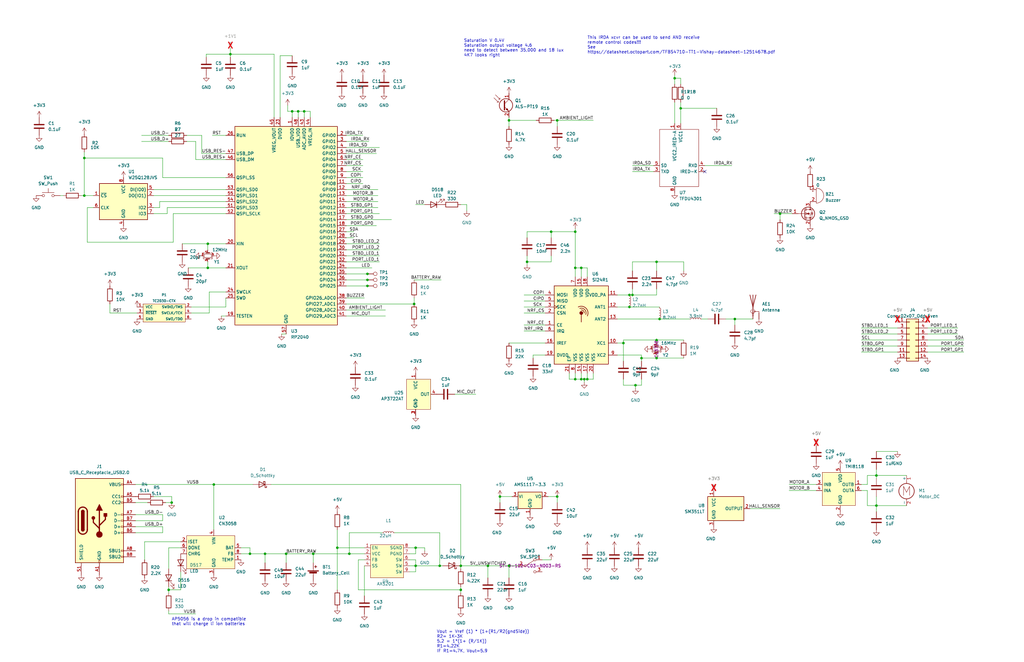
<source format=kicad_sch>
(kicad_sch (version 20221004) (generator eeschema)
  (paper "USLedger")
  (junction (at 265.43 129.54))
  (junction (at 276.86 151.13))
  (junction (at 125.73 46.99))
  (junction (at 214.63 238.76))
  (junction (at 87.63 113.03))
  (junction (at 328.93 90.17))
  (junction (at 147.32 233.68))
  (junction (at 242.57 160.02))
  (junction (at 214.63 50.8))
  (junction (at 154.94 118.11))
  (junction (at 154.94 115.57))
  (junction (at 245.11 113.03))
  (junction (at 262.89 144.78))
  (junction (at 369.57 200.66))
  (junction (at 287.02 45.72))
  (junction (at 194.31 248.92))
  (junction (at 222.25 110.49))
  (junction (at 128.27 46.99))
  (junction (at 205.74 238.76))
  (junction (at 87.63 102.87))
  (junction (at 90.17 204.47))
  (junction (at 267.97 162.56))
  (junction (at 132.08 233.68))
  (junction (at 278.13 134.62))
  (junction (at 247.65 160.02))
  (junction (at 270.51 151.13))
  (junction (at 123.19 46.99))
  (junction (at 175.26 238.76))
  (junction (at 185.42 238.76))
  (junction (at 174.625 128.27))
  (junction (at 276.86 110.49))
  (junction (at 111.76 233.68))
  (junction (at 35.56 66.675))
  (junction (at 142.24 231.14))
  (junction (at 234.95 209.55))
  (junction (at 35.56 82.55))
  (junction (at 194.31 238.76))
  (junction (at 210.82 209.55))
  (junction (at 105.41 233.68))
  (junction (at 154.94 120.65))
  (junction (at 246.38 160.02))
  (junction (at 284.48 33.02))
  (junction (at 175.26 231.14))
  (junction (at 276.86 143.51))
  (junction (at 265.43 124.46))
  (junction (at 71.12 248.92))
  (junction (at 97.155 22.86))
  (junction (at 120.65 233.68))
  (junction (at 72.39 212.09))
  (junction (at 309.88 134.62))
  (junction (at 266.7 124.46))
  (junction (at 369.57 213.36))
  (junction (at 245.11 160.02))
  (junction (at 232.41 97.79))
  (junction (at 242.57 113.03))
  (junction (at 234.95 50.8))
  (junction (at 242.57 97.79))
  (no_connect (at 297.18 72.39))
  (wire (pts (xy 159.385 82.55) (xy 146.05 82.55)))
  (wire (pts (xy 115.57 22.86) (xy 97.155 22.86)))
  (wire (pts (xy 266.7 69.85) (xy 275.59 69.85)))
  (wire (pts (xy 262.89 160.02) (xy 262.89 162.56)))
  (wire (pts (xy 153.035 72.39) (xy 146.05 72.39)))
  (wire (pts (xy 155.575 120.65) (xy 154.94 120.65)))
  (wire (pts (xy 222.25 107.95) (xy 222.25 110.49)))
  (wire (pts (xy 270.51 162.56) (xy 270.51 160.02)))
  (wire (pts (xy 205.74 238.76) (xy 214.63 238.76)))
  (wire (pts (xy 95.25 90.17) (xy 73.025 90.17)))
  (wire (pts (xy 95.25 129.54) (xy 95.25 125.73)))
  (wire (pts (xy 146.05 97.79) (xy 149.225 97.79)))
  (wire (pts (xy 68.58 222.25) (xy 68.58 224.79)))
  (wire (pts (xy 260.35 134.62) (xy 278.13 134.62)))
  (wire (pts (xy 36.83 102.235) (xy 36.83 87.63)))
  (wire (pts (xy 247.65 160.02) (xy 250.19 160.02)))
  (wire (pts (xy 295.91 134.62) (xy 298.45 134.62)))
  (wire (pts (xy 146.05 105.41) (xy 160.02 105.41)))
  (wire (pts (xy 36.83 87.63) (xy 39.37 87.63)))
  (wire (pts (xy 214.63 50.8) (xy 214.63 53.34)))
  (wire (pts (xy 95.25 133.35) (xy 93.345 133.35)))
  (wire (pts (xy 369.57 209.55) (xy 369.57 213.36)))
  (wire (pts (xy 326.39 90.17) (xy 328.93 90.17)))
  (wire (pts (xy 132.08 233.68) (xy 147.32 233.68)))
  (wire (pts (xy 363.22 140.97) (xy 378.46 140.97)))
  (wire (pts (xy 174.625 118.11) (xy 186.055 118.11)))
  (wire (pts (xy 146.05 74.93) (xy 153.035 74.93)))
  (wire (pts (xy 128.27 49.53) (xy 128.27 46.99)))
  (wire (pts (xy 97.155 20.32) (xy 97.155 22.86)))
  (wire (pts (xy 287.02 33.02) (xy 284.48 33.02)))
  (wire (pts (xy 276.86 143.51) (xy 288.29 143.51)))
  (wire (pts (xy 175.26 236.22) (xy 175.26 238.76)))
  (wire (pts (xy 278.13 134.62) (xy 290.83 134.62)))
  (wire (pts (xy 260.35 144.78) (xy 262.89 144.78)))
  (wire (pts (xy 142.24 231.14) (xy 142.24 248.92)))
  (wire (pts (xy 262.89 144.78) (xy 262.89 143.51)))
  (wire (pts (xy 111.76 237.49) (xy 111.76 233.68)))
  (wire (pts (xy 146.05 64.77) (xy 158.75 64.77)))
  (wire (pts (xy 121.285 44.45) (xy 121.285 46.99)))
  (wire (pts (xy 191.77 166.37) (xy 200.66 166.37)))
  (wire (pts (xy 245.11 160.02) (xy 246.38 160.02)))
  (wire (pts (xy 406.4 148.59) (xy 391.16 148.59)))
  (wire (pts (xy 265.43 129.54) (xy 278.13 129.54)))
  (wire (pts (xy 88.265 123.19) (xy 88.265 132.08)))
  (wire (pts (xy 232.41 97.79) (xy 242.57 97.79)))
  (wire (pts (xy 64.77 209.55) (xy 72.39 209.55)))
  (wire (pts (xy 179.07 231.14) (xy 179.07 232.41)))
  (wire (pts (xy 159.385 85.09) (xy 146.05 85.09)))
  (wire (pts (xy 260.35 124.46) (xy 265.43 124.46)))
  (wire (pts (xy 147.32 233.68) (xy 153.67 233.68)))
  (wire (pts (xy 64.77 82.55) (xy 95.25 82.55)))
  (wire (pts (xy 246.38 160.02) (xy 246.38 161.29)))
  (wire (pts (xy 210.82 209.55) (xy 215.9 209.55)))
  (wire (pts (xy 115.57 49.53) (xy 115.57 22.86)))
  (wire (pts (xy 59.69 59.69) (xy 71.12 59.69)))
  (wire (pts (xy 90.17 204.47) (xy 90.17 223.52)))
  (wire (pts (xy 57.15 212.09) (xy 62.23 212.09)))
  (wire (pts (xy 234.95 209.55) (xy 234.95 212.09)))
  (wire (pts (xy 403.86 138.43) (xy 391.16 138.43)))
  (wire (pts (xy 153.67 238.76) (xy 153.67 251.46)))
  (wire (pts (xy 186.69 238.76) (xy 185.42 238.76)))
  (wire (pts (xy 172.72 236.22) (xy 175.26 236.22)))
  (wire (pts (xy 205.74 238.76) (xy 205.74 243.84)))
  (wire (pts (xy 95.25 85.09) (xy 67.31 85.09)))
  (wire (pts (xy 146.05 130.81) (xy 162.56 130.81)))
  (wire (pts (xy 287.02 43.18) (xy 287.02 45.72)))
  (wire (pts (xy 242.57 113.03) (xy 242.57 116.84)))
  (wire (pts (xy 266.7 72.39) (xy 275.59 72.39)))
  (wire (pts (xy 46.355 128.27) (xy 46.355 132.08)))
  (wire (pts (xy 266.7 110.49) (xy 276.86 110.49)))
  (wire (pts (xy 105.41 231.14) (xy 105.41 233.68)))
  (wire (pts (xy 214.63 49.53) (xy 214.63 50.8)))
  (wire (pts (xy 233.68 50.8) (xy 234.95 50.8)))
  (wire (pts (xy 172.72 233.68) (xy 175.26 233.68)))
  (wire (pts (xy 220.98 139.7) (xy 229.87 139.7)))
  (wire (pts (xy 406.4 143.51) (xy 391.16 143.51)))
  (wire (pts (xy 196.85 88.9) (xy 196.85 86.36)))
  (wire (pts (xy 71.12 247.65) (xy 71.12 248.92)))
  (wire (pts (xy 220.98 129.54) (xy 229.87 129.54)))
  (wire (pts (xy 87.63 102.87) (xy 87.63 105.41)))
  (wire (pts (xy 232.41 107.95) (xy 232.41 110.49)))
  (wire (pts (xy 234.95 50.8) (xy 250.19 50.8)))
  (wire (pts (xy 270.51 151.13) (xy 276.86 151.13)))
  (wire (pts (xy 270.51 151.13) (xy 270.51 152.4)))
  (wire (pts (xy 114.3 204.47) (xy 194.31 204.47)))
  (wire (pts (xy 287.02 45.72) (xy 287.02 52.07)))
  (wire (pts (xy 220.98 132.08) (xy 229.87 132.08)))
  (wire (pts (xy 276.86 121.92) (xy 276.86 124.46)))
  (wire (pts (xy 172.72 231.14) (xy 175.26 231.14)))
  (wire (pts (xy 185.42 224.79) (xy 185.42 238.76)))
  (wire (pts (xy 214.63 238.76) (xy 214.63 243.84)))
  (wire (pts (xy 332.74 204.47) (xy 344.17 204.47)))
  (wire (pts (xy 71.12 248.92) (xy 71.12 250.19)))
  (wire (pts (xy 266.7 114.3) (xy 266.7 110.49)))
  (wire (pts (xy 276.86 151.13) (xy 288.29 151.13)))
  (wire (pts (xy 146.05 95.25) (xy 158.75 95.25)))
  (wire (pts (xy 309.88 134.62) (xy 306.07 134.62)))
  (wire (pts (xy 266.7 121.92) (xy 266.7 124.46)))
  (wire (pts (xy 155.575 115.57) (xy 154.94 115.57)))
  (wire (pts (xy 146.05 67.31) (xy 153.035 67.31)))
  (wire (pts (xy 363.22 143.51) (xy 378.46 143.51)))
  (wire (pts (xy 101.6 231.14) (xy 105.41 231.14)))
  (wire (pts (xy 228.6 236.22) (xy 232.41 236.22)))
  (wire (pts (xy 60.96 228.6) (xy 60.96 236.22)))
  (wire (pts (xy 309.88 137.16) (xy 309.88 134.62)))
  (wire (pts (xy 175.26 241.3) (xy 175.26 238.76)))
  (wire (pts (xy 132.08 233.68) (xy 132.08 237.49)))
  (wire (pts (xy 365.76 200.66) (xy 369.57 200.66)))
  (wire (pts (xy 68.58 66.675) (xy 68.58 74.93)))
  (wire (pts (xy 328.93 90.17) (xy 328.93 92.71)))
  (wire (pts (xy 174.625 128.27) (xy 174.625 125.73)))
  (wire (pts (xy 76.835 102.87) (xy 87.63 102.87)))
  (wire (pts (xy 194.31 238.76) (xy 194.31 240.03)))
  (wire (pts (xy 287.02 45.72) (xy 302.26 45.72)))
  (wire (pts (xy 267.97 162.56) (xy 270.51 162.56)))
  (wire (pts (xy 86.995 22.86) (xy 86.995 24.13)))
  (wire (pts (xy 297.18 69.85) (xy 308.61 69.85)))
  (wire (pts (xy 247.65 113.03) (xy 245.11 113.03)))
  (wire (pts (xy 111.76 233.68) (xy 120.65 233.68)))
  (wire (pts (xy 316.23 214.63) (xy 328.93 214.63)))
  (wire (pts (xy 67.31 85.09) (xy 67.31 87.63)))
  (wire (pts (xy 151.13 248.92) (xy 194.31 248.92)))
  (wire (pts (xy 194.31 204.47) (xy 194.31 238.76)))
  (wire (pts (xy 332.74 207.01) (xy 344.17 207.01)))
  (wire (pts (xy 369.57 190.5) (xy 378.46 190.5)))
  (wire (pts (xy 57.15 224.79) (xy 68.58 224.79)))
  (wire (pts (xy 284.48 43.18) (xy 284.48 52.07)))
  (wire (pts (xy 97.155 22.86) (xy 86.995 22.86)))
  (wire (pts (xy 363.22 204.47) (xy 365.76 204.47)))
  (wire (pts (xy 242.57 157.48) (xy 242.57 160.02)))
  (wire (pts (xy 73.025 90.17) (xy 73.025 102.235)))
  (wire (pts (xy 363.22 138.43) (xy 378.46 138.43)))
  (wire (pts (xy 175.26 231.14) (xy 179.07 231.14)))
  (wire (pts (xy 35.56 82.55) (xy 39.37 82.55)))
  (wire (pts (xy 146.05 102.87) (xy 160.02 102.87)))
  (wire (pts (xy 71.12 240.03) (xy 71.12 231.14)))
  (wire (pts (xy 220.98 127) (xy 229.87 127)))
  (wire (pts (xy 242.57 97.79) (xy 242.57 113.03)))
  (wire (pts (xy 175.26 233.68) (xy 175.26 231.14)))
  (wire (pts (xy 172.72 238.76) (xy 175.26 238.76)))
  (wire (pts (xy 95.25 64.77) (xy 85.09 64.77)))
  (wire (pts (xy 214.63 50.8) (xy 226.06 50.8)))
  (wire (pts (xy 82.55 259.08) (xy 71.12 259.08)))
  (wire (pts (xy 88.265 132.08) (xy 80.645 132.08)))
  (wire (pts (xy 35.56 64.135) (xy 35.56 66.675)))
  (wire (pts (xy 146.05 107.95) (xy 160.02 107.95)))
  (wire (pts (xy 245.11 116.84) (xy 245.11 113.03)))
  (wire (pts (xy 276.86 143.51) (xy 276.86 144.78)))
  (wire (pts (xy 87.63 110.49) (xy 87.63 113.03)))
  (wire (pts (xy 85.09 64.77) (xy 85.09 57.15)))
  (wire (pts (xy 78.74 59.69) (xy 82.55 59.69)))
  (wire (pts (xy 245.11 157.48) (xy 245.11 160.02)))
  (wire (pts (xy 151.13 236.22) (xy 151.13 248.92)))
  (wire (pts (xy 262.89 162.56) (xy 267.97 162.56)))
  (wire (pts (xy 159.385 80.01) (xy 146.05 80.01)))
  (wire (pts (xy 220.98 124.46) (xy 229.87 124.46)))
  (wire (pts (xy 224.79 151.13) (xy 224.79 149.86)))
  (wire (pts (xy 175.26 86.36) (xy 179.07 86.36)))
  (wire (pts (xy 267.97 162.56) (xy 267.97 163.83)))
  (wire (pts (xy 76.2 248.92) (xy 71.12 248.92)))
  (wire (pts (xy 120.65 237.49) (xy 120.65 233.68)))
  (wire (pts (xy 406.4 146.05) (xy 391.16 146.05)))
  (wire (pts (xy 87.63 102.87) (xy 95.25 102.87)))
  (wire (pts (xy 262.89 144.78) (xy 262.89 152.4)))
  (wire (pts (xy 287.02 35.56) (xy 287.02 33.02)))
  (wire (pts (xy 82.55 59.69) (xy 82.55 67.31)))
  (wire (pts (xy 125.73 49.53) (xy 125.73 46.99)))
  (wire (pts (xy 97.155 22.86) (xy 97.155 24.13)))
  (wire (pts (xy 72.39 209.55) (xy 72.39 212.09)))
  (wire (pts (xy 125.73 46.99) (xy 128.27 46.99)))
  (wire (pts (xy 73.025 102.235) (xy 36.83 102.235)))
  (wire (pts (xy 123.19 46.99) (xy 123.19 49.53)))
  (wire (pts (xy 288.29 110.49) (xy 288.29 114.3)))
  (wire (pts (xy 59.69 57.15) (xy 71.12 57.15)))
  (wire (pts (xy 82.55 67.31) (xy 95.25 67.31)))
  (wire (pts (xy 123.19 46.99) (xy 125.73 46.99)))
  (wire (pts (xy 71.12 259.08) (xy 71.12 257.81)))
  (wire (pts (xy 35.56 66.675) (xy 35.56 82.55)))
  (wire (pts (xy 118.11 23.495) (xy 123.19 23.495)))
  (wire (pts (xy 262.89 143.51) (xy 276.86 143.51)))
  (wire (pts (xy 146.05 100.33) (xy 149.225 100.33)))
  (wire (pts (xy 369.57 213.36) (xy 369.57 215.9)))
  (wire (pts (xy 309.88 134.62) (xy 317.5 134.62)))
  (wire (pts (xy 146.05 113.03) (xy 156.845 113.03)))
  (wire (pts (xy 121.285 46.99) (xy 123.19 46.99)))
  (wire (pts (xy 196.85 86.36) (xy 194.31 86.36)))
  (wire (pts (xy 85.09 57.15) (xy 78.74 57.15)))
  (wire (pts (xy 130.81 49.53) (xy 130.81 46.99)))
  (wire (pts (xy 89.535 57.15) (xy 95.25 57.15)))
  (wire (pts (xy 175.26 238.76) (xy 185.42 238.76)))
  (wire (pts (xy 153.035 57.15) (xy 146.05 57.15)))
  (wire (pts (xy 222.25 100.33) (xy 222.25 97.79)))
  (wire (pts (xy 79.375 113.03) (xy 87.63 113.03)))
  (wire (pts (xy 222.25 97.79) (xy 232.41 97.79)))
  (wire (pts (xy 369.57 200.66) (xy 382.27 200.66)))
  (wire (pts (xy 250.19 160.02) (xy 250.19 157.48)))
  (wire (pts (xy 146.05 133.35) (xy 162.56 133.35)))
  (wire (pts (xy 106.68 204.47) (xy 90.17 204.47)))
  (wire (pts (xy 25.4 82.55) (xy 26.67 82.55)))
  (wire (pts (xy 95.25 87.63) (xy 70.485 87.63)))
  (wire (pts (xy 69.85 212.09) (xy 72.39 212.09)))
  (wire (pts (xy 363.22 207.01) (xy 365.76 207.01)))
  (wire (pts (xy 363.22 146.05) (xy 378.46 146.05)))
  (wire (pts (xy 76.2 241.3) (xy 76.2 248.92)))
  (wire (pts (xy 153.67 236.22) (xy 151.13 236.22)))
  (wire (pts (xy 232.41 97.79) (xy 232.41 100.33)))
  (wire (pts (xy 68.58 217.17) (xy 68.58 219.71)))
  (wire (pts (xy 276.86 110.49) (xy 288.29 110.49)))
  (wire (pts (xy 57.15 217.17) (xy 68.58 217.17)))
  (wire (pts (xy 147.32 224.79) (xy 147.32 233.68)))
  (wire (pts (xy 68.58 66.675) (xy 35.56 66.675)))
  (wire (pts (xy 142.24 223.52) (xy 142.24 231.14)))
  (wire (pts (xy 240.03 157.48) (xy 240.03 160.02)))
  (wire (pts (xy 234.95 50.8) (xy 234.95 53.34)))
  (wire (pts (xy 120.65 140.97) (xy 118.745 140.97)))
  (wire (pts (xy 159.385 87.63) (xy 146.05 87.63)))
  (wire (pts (xy 231.14 209.55) (xy 234.95 209.55)))
  (wire (pts (xy 146.05 90.17) (xy 160.02 90.17)))
  (wire (pts (xy 365.76 207.01) (xy 365.76 213.36)))
  (wire (pts (xy 214.63 144.78) (xy 229.87 144.78)))
  (wire (pts (xy 154.94 115.57) (xy 146.05 115.57)))
  (wire (pts (xy 155.575 118.11) (xy 154.94 118.11)))
  (wire (pts (xy 60.96 228.6) (xy 76.2 228.6)))
  (wire (pts (xy 265.43 124.46) (xy 266.7 124.46)))
  (wire (pts (xy 146.05 59.69) (xy 155.575 59.69)))
  (wire (pts (xy 120.65 233.68) (xy 132.08 233.68)))
  (wire (pts (xy 284.48 33.02) (xy 284.48 35.56)))
  (wire (pts (xy 232.41 110.49) (xy 222.25 110.49)))
  (wire (pts (xy 369.57 200.66) (xy 369.57 201.93)))
  (wire (pts (xy 146.05 125.73) (xy 153.67 125.73)))
  (wire (pts (xy 194.31 238.76) (xy 205.74 238.76)))
  (wire (pts (xy 328.93 90.17) (xy 334.01 90.17)))
  (wire (pts (xy 245.11 113.03) (xy 242.57 113.03)))
  (wire (pts (xy 95.25 74.93) (xy 68.58 74.93)))
  (wire (pts (xy 161.29 224.79) (xy 147.32 224.79)))
  (wire (pts (xy 365.76 213.36) (xy 369.57 213.36)))
  (wire (pts (xy 146.05 62.23) (xy 160.02 62.23)))
  (wire (pts (xy 57.15 204.47) (xy 90.17 204.47)))
  (wire (pts (xy 260.35 149.86) (xy 270.51 149.86)))
  (wire (pts (xy 214.63 238.76) (xy 218.44 238.76)))
  (wire (pts (xy 210.82 212.09) (xy 210.82 209.55)))
  (wire (pts (xy 276.86 149.86) (xy 276.86 151.13)))
  (wire (pts (xy 146.05 77.47) (xy 153.035 77.47)))
  (wire (pts (xy 146.05 128.27) (xy 174.625 128.27)))
  (wire (pts (xy 118.11 49.53) (xy 118.11 23.495)))
  (wire (pts (xy 154.94 118.11) (xy 146.05 118.11)))
  (wire (pts (xy 64.77 90.17) (xy 70.485 90.17)))
  (wire (pts (xy 105.41 233.68) (xy 111.76 233.68)))
  (wire (pts (xy 247.65 157.48) (xy 247.65 160.02)))
  (wire (pts (xy 194.31 247.65) (xy 194.31 248.92)))
  (wire (pts (xy 220.98 137.16) (xy 229.87 137.16)))
  (wire (pts (xy 142.24 231.14) (xy 153.67 231.14)))
  (wire (pts (xy 194.31 248.92) (xy 194.31 250.19)))
  (wire (pts (xy 284.48 31.75) (xy 284.48 33.02)))
  (wire (pts (xy 80.645 129.54) (xy 95.25 129.54)))
  (wire (pts (xy 64.77 87.63) (xy 67.31 87.63)))
  (wire (pts (xy 247.65 116.84) (xy 247.65 113.03)))
  (wire (pts (xy 242.57 160.02) (xy 245.11 160.02)))
  (wire (pts (xy 35.56 82.55) (xy 34.29 82.55)))
  (wire (pts (xy 146.05 110.49) (xy 160.02 110.49)))
  (wire (pts (xy 246.38 160.02) (xy 247.65 160.02)))
  (wire (pts (xy 130.81 46.99) (xy 128.27 46.99)))
  (wire (pts (xy 87.63 113.03) (xy 95.25 113.03)))
  (wire (pts (xy 57.15 222.25) (xy 68.58 222.25)))
  (wire (pts (xy 270.51 149.86) (xy 270.51 151.13)))
  (wire (pts (xy 276.86 110.49) (xy 276.86 114.3)))
  (wire (pts (xy 369.57 213.36) (xy 382.27 213.36)))
  (wire (pts (xy 260.35 129.54) (xy 265.43 129.54)))
  (wire (pts (xy 369.57 198.12) (xy 369.57 200.66)))
  (wire (pts (xy 242.57 96.52) (xy 242.57 97.79)))
  (wire (pts (xy 57.15 219.71) (xy 68.58 219.71)))
  (wire (pts (xy 363.22 148.59) (xy 378.46 148.59)))
  (wire (pts (xy 71.12 231.14) (xy 76.2 231.14)))
  (wire (pts (xy 224.79 149.86) (xy 229.87 149.86)))
  (wire (pts (xy 266.7 124.46) (xy 276.86 124.46)))
  (wire (pts (xy 240.03 160.02) (xy 242.57 160.02)))
  (wire (pts (xy 222.25 110.49) (xy 222.25 111.76)))
  (wire (pts (xy 403.86 140.97) (xy 391.16 140.97)))
  (wire (pts (xy 185.42 224.79) (xy 166.37 224.79)))
  (wire (pts (xy 154.94 120.65) (xy 146.05 120.65)))
  (wire (pts (xy 153.035 69.85) (xy 146.05 69.85)))
  (wire (pts (xy 64.77 80.01) (xy 95.25 80.01)))
  (wire (pts (xy 57.785 132.08) (xy 46.355 132.08)))
  (wire (pts (xy 172.72 241.3) (xy 175.26 241.3)))
  (wire (pts (xy 95.25 123.19) (xy 88.265 123.19)))
  (wire (pts (xy 101.6 233.68) (xy 105.41 233.68)))
  (wire (pts (xy 365.76 204.47) (xy 365.76 200.66)))
  (wire (pts (xy 70.485 87.63) (xy 70.485 90.17)))
  (wire (pts (xy 146.05 92.71) (xy 165.1 92.71)))
  (text "Vout = Vref (1) * (1+(R1/R2(gndSide))\nR2= 1K~3K\n5.2 = 1*(1+ (R/1K))\nR1=4.22K\nIF R1=4.7K, Vout=5.9\n" (at 184.15 275.59 0) (effects (font (size 1.27 1.27)) (justify left bottom)))
  (text "AP5056 is a drop in compatible\nthat will charge li ion batteries" (at 72.39 264.16 0) (effects (font (size 1.27 1.27)) (justify left bottom)))
  (text "This IRDA xcvr can be used to send AND receive\nremote control codes!!!\nSee\nhttps://datasheet.octopart.com/TFBS4710-TT1-Vishay-datasheet-12514678.pdf" (at 247.65 22.86 0) (effects (font (size 1.27 1.27)) (justify left bottom)))
  (text "Saturation V 0.4V\nSaturation output voltage 4.6\nneed to detect between 35,000 and 18 lux\n4K7 looks right\n" (at 195.58 24.13 0) (effects (font (size 1.27 1.27)) (justify left bottom)))
  (label "COPI" (at 224.79 124.46 0))
  (label "PORT_GP1" (at 406.4 148.59 180))
  (label "STBD_GP1" (at 157.48 87.63 180))
  (label "NRF_CS" (at 152.4 69.85 180))
  (label "USB_D+" (at 63.5 59.69 0))
  (label "MOTOR_B" (at 332.74 207.01 0))
  (label "CIPO" (at 152.4 77.47 180))
  (label "MOTOR_A" (at 157.48 85.09 180))
  (label "IRDA_RX" (at 300.99 69.85 0))
  (label "BUZZER" (at 153.67 125.73 180))
  (label "IRDA_RX" (at 147.955 59.69 0))
  (label "USB_D-" (at 63.5 57.15 0))
  (label "LED" (at 152.4 113.03 0))
  (label "SDA" (at 147.32 97.79 0))
  (label "MIC_OUT" (at 156.21 133.35 180))
  (label "PORT_GP1" (at 157.48 90.17 180))
  (label "5V_UNSWITCHED" (at 198.12 238.76 0))
  (label "NRF_IRQ" (at 220.98 139.7 0))
  (label "PORT_GP0" (at 157.48 95.25 180))
  (label "SCL" (at 363.22 143.51 0))
  (label "SCK" (at 224.79 129.54 0))
  (label "LED" (at 175.26 86.36 0))
  (label "IRDA_TX" (at 153.035 57.15 180))
  (label "BATTERY_RAW" (at 186.055 118.11 180))
  (label "NRF_CE" (at 222.25 137.16 0))
  (label "STBD_GP0" (at 363.22 146.05 0))
  (label "PORT_LED_2" (at 403.86 140.97 180))
  (label "STBD_GP1" (at 363.22 148.59 0))
  (label "MIC_OUT" (at 200.66 166.37 180))
  (label "STBD_LED_2" (at 363.22 140.97 0))
  (label "USB_D-" (at 60.96 217.17 0))
  (label "NRF_CS" (at 222.25 132.08 0))
  (label "SCL" (at 147.32 100.33 0))
  (label "AMBIENT_LIGHT" (at 250.19 50.8 180))
  (label "BATTERY_RAW" (at 120.65 233.68 0))
  (label "IRDA_SD" (at 266.7 69.85 0))
  (label "MOTOR_A" (at 332.74 204.47 0))
  (label "COPI" (at 152.4 74.93 180))
  (label "STBD_LED_2" (at 160.02 102.87 180))
  (label "IRDA_TX" (at 266.7 72.39 0))
  (label "USB_D+" (at 60.96 222.25 0))
  (label "STBD_LED_1" (at 363.22 138.43 0))
  (label "NRF_IRQ" (at 156.21 80.01 180))
  (label "USB_RES-" (at 85.09 64.77 0))
  (label "IRDA_SD" (at 154.94 62.23 180))
  (label "SDA" (at 406.4 143.51 180))
  (label "USB_RES+" (at 85.09 67.31 0))
  (label "BUZZER" (at 326.39 90.17 0))
  (label "MOTOR_B" (at 157.48 82.55 180))
  (label "VUSB" (at 78.74 204.47 0))
  (label "SCK" (at 152.4 72.39 180))
  (label "RST" (at 47.625 132.08 0))
  (label "PORT_GP0" (at 406.4 146.05 180))
  (label "STBD_GP0" (at 157.48 92.71 180))
  (label "NRF_CE" (at 152.4 67.31 180))
  (label "CIPO" (at 224.79 127 0))
  (label "STBD_LED_1" (at 160.02 107.95 180))
  (label "HALL_SENSOR" (at 158.75 64.77 180))
  (label "PORT_LED_2" (at 160.02 105.41 180))
  (label "VUSB" (at 82.55 259.08 180))
  (label "AMBIENT_LIGHT" (at 161.29 130.81 180))
  (label "PORT_LED_1" (at 403.86 138.43 180))
  (label "RST" (at 89.535 57.15 0))
  (label "HALL_SENSOR" (at 328.93 214.63 180))
  (label "PORT_LED_1" (at 160.02 110.49 180))
  (symbol (lib_id "Device:L_Small") (at 278.13 132.08 0) (unit 1)
    (property "Reference" "L3" (at 279.4 131.445 0) (effects (justify left)))
    (property "Value" "8.2nH" (at 279.4 133.985 0) (effects (justify left)))
    (property "Footprint" "Inductor_SMD:L_0402_1005Metric" (effects hide))
    (property "LCSC" "C27147" (effects hide))
  )
  (symbol (lib_id "power:+3V3") (at 284.48 31.75 0) (unit 1)
    (property "Reference" "#PWR0101" (effects hide))
    (property "Value" "+3V3" (at 284.48 27.94 0))
  )
  (symbol (lib_id "power:GND") (at 153.035 39.37 0) (unit 1)
    (property "Reference" "#PWR0135" (effects hide))
    (property "Value" "GND" (at 153.035 44.45 0))
  )
  (symbol (lib_id "Device:C") (at 161.925 35.56 0) (unit 1)
    (property "Reference" "C13" (at 165.735 34.2899 0) (effects (justify left)))
    (property "Value" "0.1uF" (at 165.735 36.8299 0) (effects (justify left)))
    (property "Footprint" "Capacitor_SMD:C_0402_1005Metric" (effects hide))
    (property "LCSC" "C307331" (effects hide))
  )
  (symbol (lib_id "power:+5V") (at 391.16 135.89 0) (unit 1) (dnp yes)
    (property "Reference" "#PWR0162" (effects hide))
    (property "Value" "+5V" (at 391.16 130.81 0))
  )
  (symbol (lib_id "Device:L_Small") (at 163.83 224.79 90) (unit 1)
    (property "Reference" "L1" (at 163.83 219.71 90))
    (property "Value" "22uH" (at 162.56 226.06 90))
    (property "Footprint" "ButterflyBadge:YSPI0630A" (effects hide))
    (property "LCSC" "C497873" (effects hide))
  )
  (symbol (lib_id "Device:C") (at 369.57 219.71 0) (unit 1)
    (property "Reference" "C32" (at 373.38 218.4399 0) (effects (justify left)))
    (property "Value" "1uF" (at 373.38 220.9799 0) (effects (justify left)))
    (property "Footprint" "Capacitor_SMD:C_0402_1005Metric" (effects hide))
    (property "LCSC" "C52923" (effects hide))
  )
  (symbol (lib_id "Device:C") (at 153.67 255.27 0) (unit 1)
    (property "Reference" "C43" (at 157.48 253.9999 0) (effects (justify left)))
    (property "Value" "1uF" (at 157.48 256.5399 0) (effects (justify left)))
    (property "Footprint" "Capacitor_SMD:C_0402_1005Metric" (effects hide))
    (property "LCSC" "C52923" (effects hide))
  )
  (symbol (lib_id "Connector_Generic:Conn_02x07_Odd_Even") (at 383.54 143.51 0) (unit 1)
    (property "Reference" "J4" (at 384.81 130.81 0))
    (property "Value" "Conn_02x07_Odd_Even" (at 384.81 133.35 0))
    (property "Footprint" "ButterflyBadge:FlatFlexWingConnector-PCBSide" (effects hide))
  )
  (symbol (lib_id "Sensor_Magnetic:SM351LT") (at 306.07 214.63 0) (unit 1)
    (property "Reference" "U8" (at 297.18 213.3599 0) (effects (justify right)))
    (property "Value" "SM351LT" (at 297.18 215.8999 0) (effects (justify right)))
    (property "Footprint" "Package_TO_SOT_SMD:SOT-23" (effects hide))
    (property "Datasheet" "https://sensing.honeywell.com/honeywell-sensing-nanopower-series-product-sheet-50095501-a-en.pdf" (effects hide))
    (property "LCSC" "C285995" (effects hide))
  )
  (symbol (lib_id "power:GND") (at 369.57 223.52 0) (unit 1)
    (property "Reference" "#PWR0119" (effects hide))
    (property "Value" "GND" (at 369.57 228.6 0))
  )
  (symbol (lib_id "power:+3V3") (at 153.035 31.75 0) (unit 1)
    (property "Reference" "#PWR0147" (effects hide))
    (property "Value" "+3V3" (at 153.035 26.67 0))
  )
  (symbol (lib_id "Device:C") (at 76.835 106.68 0) (unit 1)
    (property "Reference" "C2" (at 80.01 106.045 0) (effects (justify left)))
    (property "Value" "20pF" (at 80.01 108.585 0) (effects (justify left)))
    (property "Footprint" "Capacitor_SMD:C_0402_1005Metric" (effects hide))
    (property "LCSC" "C1554" (effects hide))
  )
  (symbol (lib_id "power:+5V") (at 247.65 231.14 0) (unit 1)
    (property "Reference" "#PWR0186" (effects hide))
    (property "Value" "+5V" (at 247.65 226.06 0))
  )
  (symbol (lib_id "Connector:USB_C_Receptacle_USB2.0") (at 41.91 219.71 0) (unit 1)
    (property "Reference" "J1" (at 41.91 196.85 0))
    (property "Value" "USB_C_Receptacle_USB2.0" (at 41.91 199.39 0))
    (property "Footprint" "Connector_USB:USB_C_Receptacle_HRO_TYPE-C-31-M-12" (effects hide))
    (property "Datasheet" "https://www.usb.org/sites/default/files/documents/usb_type-c.zip" (effects hide))
  )
  (symbol (lib_id "Connector:TestPoint") (at 154.94 118.11 270) (unit 1)
    (property "Reference" "TP2" (at 160.02 117.475 90) (effects (justify left)))
    (property "Value" " " (at 160.02 120.015 90) (effects (justify left)))
    (property "Footprint" "TestPoint:TestPoint_Pad_D1.0mm" (effects hide))
  )
  (symbol (lib_id "power:GND") (at 344.17 195.58 0) (unit 1)
    (property "Reference" "#PWR0117" (effects hide))
    (property "Value" "GND" (at 344.17 200.66 0))
  )
  (symbol (lib_id "Device:C") (at 149.86 158.75 0) (unit 1)
    (property "Reference" "C33" (at 153.67 157.4799 0) (effects (justify left)))
    (property "Value" "0.1uF" (at 153.67 160.0199 0) (effects (justify left)))
    (property "Footprint" "Capacitor_SMD:C_0402_1005Metric" (effects hide))
    (property "LCSC" "C307331" (effects hide))
  )
  (symbol (lib_id "power:GND") (at 41.91 242.57 0) (unit 1)
    (property "Reference" "#PWR0167" (effects hide))
    (property "Value" "GND" (at 41.91 247.65 0))
  )
  (symbol (lib_id "Device:Buzzer") (at 344.17 82.55 0) (unit 1)
    (property "Reference" "BZ1" (at 347.98 81.915 0) (effects (justify left)))
    (property "Value" "Buzzer" (at 347.98 84.455 0) (effects (justify left)))
    (property "Footprint" "ButterflyBadge:Buzzer-GSC5025YA-12R4000" (effects hide))
  )
  (symbol (lib_id "Device:R") (at 71.12 254 0) (unit 1)
    (property "Reference" "R21" (at 73.66 253.365 0) (effects (justify left)))
    (property "Value" "330" (at 73.66 255.905 0) (effects (justify left)))
    (property "Footprint" "Capacitor_SMD:C_0402_1005Metric" (effects hide))
    (property "LCSC" "C25104" (effects hide))
  )
  (symbol (lib_id "power:GND") (at 210.82 219.71 0) (unit 1)
    (property "Reference" "#PWR0156" (effects hide))
    (property "Value" "GND" (at 209.55 224.79 0))
  )
  (symbol (lib_id "Device:C") (at 270.51 156.21 0) (unit 1)
    (property "Reference" "C24" (at 274.32 155.575 0) (effects (justify left)))
    (property "Value" "9pF" (at 274.32 158.115 0) (effects (justify left)))
    (property "Footprint" "Capacitor_SMD:C_0402_1005Metric" (effects hide))
    (property "LCSC" "C32949" (effects hide))
  )
  (symbol (lib_id "Device:C") (at 120.65 241.3 0) (unit 1)
    (property "Reference" "C44" (at 124.46 240.0299 0) (effects (justify left)))
    (property "Value" "22uF" (at 124.46 242.5699 0) (effects (justify left)))
    (property "Footprint" "Capacitor_SMD:C_1206_3216Metric" (effects hide))
    (property "LCSC" "C12891" (effects hide))
  )
  (symbol (lib_id "Device:C") (at 302.26 49.53 0) (unit 1)
    (property "Reference" "C26" (at 306.07 48.895 0) (effects (justify left)))
    (property "Value" "0.1uF" (at 306.07 51.435 0) (effects (justify left)))
    (property "Footprint" "Capacitor_SMD:C_0603_1608Metric" (effects hide))
    (property "LCSC" "C307331" (effects hide))
  )
  (symbol (lib_id "Device:R") (at 142.24 219.71 0) (unit 1)
    (property "Reference" "R8" (at 144.78 218.4399 0) (effects (justify left)))
    (property "Value" "1K" (at 144.78 220.9799 0) (effects (justify left)))
    (property "Footprint" "Resistor_SMD:R_0402_1005Metric" (effects hide))
    (property "LCSC" "C11702" (effects hide))
  )
  (symbol (lib_id "Device:R") (at 46.355 124.46 180) (unit 1)
    (property "Reference" "R3" (at 48.895 123.825 0) (effects (justify right)))
    (property "Value" "10K" (at 48.895 126.365 0) (effects (justify right)))
    (property "Footprint" "Resistor_SMD:R_0402_1005Metric" (effects hide))
    (property "LCSC" "C25744" (effects hide))
  )
  (symbol (lib_id "Device:C") (at 16.51 53.34 0) (unit 1)
    (property "Reference" "C1" (at 20.32 52.0699 0) (effects (justify left)))
    (property "Value" "0.1uF" (at 20.32 54.6099 0) (effects (justify left)))
    (property "Footprint" "Capacitor_SMD:C_0402_1005Metric" (effects hide))
    (property "LCSC" "C307331" (effects hide))
  )
  (symbol (lib_id "power:GND") (at 52.07 95.25 0) (unit 1)
    (property "Reference" "#PWR0131" (effects hide))
    (property "Value" "GND" (at 52.07 100.33 0))
  )
  (symbol (lib_id "power:+3V3") (at 242.57 96.52 0) (unit 1)
    (property "Reference" "#PWR0164" (effects hide))
    (property "Value" "+3V3" (at 242.57 92.71 0))
  )
  (symbol (lib_id "Device:L_Small") (at 265.43 127 0) (unit 1)
    (property "Reference" "L2" (at 266.7 126.365 0) (effects (justify left)))
    (property "Value" "2.7nH" (at 266.7 128.905 0) (effects (justify left)))
    (property "Footprint" "Inductor_SMD:L_0402_1005Metric" (effects hide))
    (property "LCSC" "C14033" (effects hide))
  )
  (symbol (lib_id "Device:C") (at 111.76 241.3 0) (unit 1)
    (property "Reference" "C45" (at 115.57 240.665 0) (effects (justify left)))
    (property "Value" "10uF" (at 115.57 243.205 0) (effects (justify left)))
    (property "Footprint" "Capacitor_SMD:C_0603_1608Metric" (effects hide))
    (property "LCSC" "C96446" (effects hide))
  )
  (symbol (lib_id "power:GND") (at 85.09 107.95 270) (unit 1)
    (property "Reference" "#PWR01" (effects hide))
    (property "Value" "GND" (effects hide))
  )
  (symbol (lib_id "Device:R") (at 30.48 82.55 90) (unit 1)
    (property "Reference" "R1" (at 30.48 77.47 90))
    (property "Value" "1K" (at 30.48 80.01 90))
    (property "Footprint" "Resistor_SMD:R_0402_1005Metric" (effects hide))
    (property "LCSC" "C11702" (effects hide))
  )
  (symbol (lib_id "power:GND") (at 378.46 190.5 0) (unit 1)
    (property "Reference" "#PWR0122" (effects hide))
    (property "Value" "GND" (at 378.46 195.58 0))
  )
  (symbol (lib_id "Device:C") (at 86.995 27.94 0) (unit 1)
    (property "Reference" "C5" (at 90.805 26.6699 0) (effects (justify left)))
    (property "Value" "1uF" (at 90.805 29.2099 0) (effects (justify left)))
    (property "Footprint" "Capacitor_SMD:C_0402_1005Metric" (effects hide))
    (property "LCSC" "C52923" (effects hide))
  )
  (symbol (lib_id "Device:C") (at 262.89 156.21 0) (unit 1)
    (property "Reference" "C41" (at 266.7 155.575 0) (effects (justify left)))
    (property "Value" "9pF" (at 266.7 158.115 0) (effects (justify left)))
    (property "Footprint" "Capacitor_SMD:C_0402_1005Metric" (effects hide))
    (property "LCSC" "C32949" (effects hide))
  )
  (symbol (lib_id "power:GND") (at 179.07 232.41 0) (unit 1)
    (property "Reference" "#PWR0157" (effects hide))
    (property "Value" "GND" (at 179.07 237.49 0))
  )
  (symbol (lib_id "power:GND") (at 378.46 151.13 0) (unit 1)
    (property "Reference" "#PWR0178" (effects hide))
    (property "Value" "GND" (at 377.19 156.21 0))
  )
  (symbol (lib_id "power:GND") (at 214.63 251.46 0) (unit 1)
    (property "Reference" "#PWR0159" (effects hide))
    (property "Value" "GND" (at 214.63 256.54 0))
  )
  (symbol (lib_id "Device:C") (at 269.24 234.95 0) (unit 1)
    (property "Reference" "C22" (at 273.05 233.6799 0) (effects (justify left)))
    (property "Value" "22uF" (at 273.05 236.2199 0) (effects (justify left)))
    (property "Footprint" "Capacitor_SMD:C_1206_3216Metric" (effects hide))
    (property "LCSC" "C12891" (effects hide))
  )
  (symbol (lib_id "power:+3V3") (at 300.99 207.01 0) (unit 1) (dnp yes)
    (property "Reference" "#PWR0120" (effects hide))
    (property "Value" "+3V3" (at 300.99 201.93 0))
  )
  (symbol (lib_id "power:GND") (at 153.67 259.08 0) (unit 1)
    (property "Reference" "#PWR0151" (effects hide))
    (property "Value" "GND" (at 153.67 264.16 0))
  )
  (symbol (lib_id "Device:C") (at 144.145 35.56 0) (unit 1)
    (property "Reference" "C10" (at 147.955 34.2899 0) (effects (justify left)))
    (property "Value" "0.1uF" (at 147.955 36.8299 0) (effects (justify left)))
    (property "Footprint" "Capacitor_SMD:C_0402_1005Metric" (effects hide))
    (property "LCSC" "C307331" (effects hide))
  )
  (symbol (lib_id "power:GND") (at 269.24 238.76 0) (unit 1)
    (property "Reference" "#PWR0187" (effects hide))
    (property "Value" "GND" (at 269.24 243.84 0))
  )
  (symbol (lib_id "power:GND") (at 194.31 257.81 0) (unit 1)
    (property "Reference" "#PWR0161" (effects hide))
    (property "Value" "GND" (at 194.31 262.89 0))
  )
  (symbol (lib_id "Device:R") (at 174.625 121.92 0) (unit 1)
    (property "Reference" "R10" (at 177.165 121.285 0) (effects (justify left)))
    (property "Value" "1K" (at 177.165 123.825 0) (effects (justify left)))
    (property "Footprint" "Resistor_SMD:R_0402_1005Metric" (effects hide))
    (property "LCSC" "C11702" (effects hide))
  )
  (symbol (lib_id "power:GND") (at 234.95 60.96 0) (unit 1)
    (property "Reference" "#PWR0163" (effects hide))
    (property "Value" "GND" (at 234.95 66.04 0))
  )
  (symbol (lib_id "power:+5V") (at 142.24 215.9 0) (unit 1)
    (property "Reference" "#PWR0148" (effects hide))
    (property "Value" "+5V" (at 142.24 210.82 0))
  )
  (symbol (lib_id "Device:Antenna_Shield") (at 317.5 129.54 0) (unit 1)
    (property "Reference" "AE1" (at 321.31 128.27 0) (effects (justify left)))
    (property "Value" "Antenna" (at 321.31 130.81 0) (effects (justify left)))
    (property "Footprint" "RF_Antenna:Texas_SWRA117D_2.4GHz_Left" (effects hide))
  )
  (symbol (lib_id "power:+3V3") (at 149.86 154.94 0) (unit 1)
    (property "Reference" "#PWR0172" (effects hide))
    (property "Value" "+3V3" (at 149.86 149.86 0))
  )
  (symbol (lib_id "Motor:Motor_DC") (at 382.27 205.74 0) (unit 1)
    (property "Reference" "M1" (at 387.35 207.0099 0) (effects (justify left)))
    (property "Value" "Motor_DC" (at 387.35 209.5499 0) (effects (justify left)))
    (property "Footprint" "Connector_JST:JST_XH_B2B-XH-AM_1x02_P2.50mm_Vertical" (effects hide))
  )
  (symbol (lib_id "Device:R") (at 74.93 57.15 90) (unit 1)
    (property "Reference" "R6" (at 74.93 52.07 90))
    (property "Value" "27" (at 74.93 54.61 90))
    (property "Footprint" "Resistor_SMD:R_0402_1005Metric" (effects hide))
    (property "LCSC" "C25105" (effects hide))
  )
  (symbol (lib_id "Device:C") (at 276.86 118.11 180) (unit 1)
    (property "Reference" "C47" (at 280.67 117.475 0) (effects (justify right)))
    (property "Value" "4.7pf" (at 280.67 120.015 0) (effects (justify right)))
    (property "Footprint" "Capacitor_SMD:C_0402_1005Metric" (effects hide))
    (property "LCSC" "C1569" (effects hide))
  )
  (symbol (lib_id "Memory_Flash:W25Q128JVS") (at 52.07 85.09 0) (unit 1)
    (property "Reference" "U1" (at 54.0894 72.39 0) (effects (justify left)))
    (property "Value" "W25Q128JVS" (at 54.0894 74.93 0) (effects (justify left)))
    (property "Footprint" "Package_SO:SOIC-8_5.23x5.23mm_P1.27mm" (effects hide))
    (property "Datasheet" "http://www.winbond.com/resource-files/w25q128jv_dtr%20revc%2003272018%20plus.pdf" (effects hide))
    (property "LCSC" "C97521" (effects hide))
  )
  (symbol (lib_id "power:GND") (at 79.375 120.65 0) (unit 1)
    (property "Reference" "#PWR0128" (effects hide))
    (property "Value" "GND" (at 79.375 125.73 0))
  )
  (symbol (lib_id "power:GND") (at 118.745 140.97 0) (unit 1)
    (property "Reference" "#PWR0171" (effects hide))
    (property "Value" "GND" (at 118.745 146.05 0))
  )
  (symbol (lib_id "Device:R") (at 190.5 86.36 90) (unit 1)
    (property "Reference" "R22" (at 190.5 81.28 90))
    (property "Value" "330" (at 190.5 83.82 90))
    (property "Footprint" "Capacitor_SMD:C_0402_1005Metric" (effects hide))
    (property "LCSC" "C25104" (effects hide))
  )
  (symbol (lib_id "Switch:SW_SPDT") (at 223.52 238.76 0) (unit 1)
    (property "Reference" "SW3" (at 223.52 232.41 0))
    (property "Value" "SW_SPDT" (at 223.52 234.95 0))
    (property "Footprint" "Button_Switch_THT:SW_Push_1P2T_Vertical_E-Switch_800UDP8P1A1M6" (effects hide))
    (property "Manufacturer PN" "ST-0-102-C03-N003-RS" (at 223.52 238.76 0))
  )
  (symbol (lib_id "power:GND") (at 132.08 245.11 0) (unit 1)
    (property "Reference" "#PWR0150" (effects hide))
    (property "Value" "GND" (at 132.08 250.19 0))
  )
  (symbol (lib_id "Device:C") (at 210.82 215.9 0) (unit 1)
    (property "Reference" "C15" (at 214.63 214.6299 0) (effects (justify left)))
    (property "Value" "22uF" (at 214.63 217.1699 0) (effects (justify left)))
    (property "Footprint" "Capacitor_SMD:C_1206_3216Metric" (effects hide))
    (property "LCSC" "C12891" (effects hide))
  )
  (symbol (lib_id "Device:R") (at 194.31 243.84 0) (unit 1)
    (property "Reference" "R12" (at 196.85 242.5699 0) (effects (justify left)))
    (property "Value" "4.22K" (at 196.85 245.1099 0) (effects (justify left)))
    (property "Footprint" "Resistor_SMD:R_0402_1005Metric" (effects hide))
    (property "LCSC" "C25900" (effects hide))
  )
  (symbol (lib_id "power:GND") (at 161.925 39.37 0) (unit 1)
    (property "Reference" "#PWR0144" (effects hide))
    (property "Value" "GND" (at 161.925 44.45 0))
  )
  (symbol (lib_id "power:+3V3") (at 175.26 157.48 0) (unit 1)
    (property "Reference" "#PWR0141" (effects hide))
    (property "Value" "+3V3" (at 175.26 152.4 0))
  )
  (symbol (lib_id "power:GND") (at 34.29 242.57 0) (unit 1)
    (property "Reference" "#PWR0168" (effects hide))
    (property "Value" "GND" (at 34.29 247.65 0))
  )
  (symbol (lib_id "power:+3V3") (at 35.56 56.515 0) (unit 1)
    (property "Reference" "#PWR0139" (effects hide))
    (property "Value" "+3V3" (at 35.56 51.435 0))
  )
  (symbol (lib_id "power:GND") (at 93.345 133.35 0) (unit 1)
    (property "Reference" "#PWR0130" (effects hide))
    (property "Value" "GND" (at 93.345 138.43 0))
  )
  (symbol (lib_id "Device:C") (at 309.88 140.97 180) (unit 1)
    (property "Reference" "C28" (at 313.69 140.335 0) (effects (justify right)))
    (property "Value" "4.7pf" (at 313.69 142.875 0) (effects (justify right)))
    (property "Footprint" "Capacitor_SMD:C_0402_1005Metric" (effects hide))
    (property "LCSC" "C1569" (effects hide))
  )
  (symbol (lib_id "Regulator_Linear:AMS1117-3.3") (at 223.52 209.55 0) (unit 1)
    (property "Reference" "U5" (at 223.52 201.93 0))
    (property "Value" "AMS1117-3.3" (at 223.52 204.47 0))
    (property "Footprint" "Package_TO_SOT_SMD:SOT-223-3_TabPin2" (effects hide))
    (property "Datasheet" "http://www.advanced-monolithic.com/pdf/ds1117.pdf" (effects hide))
    (property "LCSC" "C6186" (effects hide))
  )
  (symbol (lib_id "power:GND") (at 247.65 238.76 0) (unit 1)
    (property "Reference" "#PWR0158" (effects hide))
    (property "Value" "GND" (at 247.65 243.84 0))
  )
  (symbol (lib_id "MCU_RaspberryPi:RP2040") (at 120.65 95.25 0) (unit 1)
    (property "Reference" "U3" (at 122.6694 139.7 0) (effects (justify left)))
    (property "Value" "RP2040" (at 122.6694 142.24 0) (effects (justify left)))
    (property "Footprint" "Package_DFN_QFN:QFN-56-1EP_7x7mm_P0.4mm_EP3.2x3.2mm" (effects hide))
    (property "Datasheet" "https://datasheets.raspberrypi.com/rp2040/rp2040-datasheet.pdf" (effects hide))
    (property "LCSC" "C2040" (effects hide))
  )
  (symbol (lib_id "power:+5V") (at 378.46 135.89 0) (unit 1) (dnp yes)
    (property "Reference" "#PWR0179" (effects hide))
    (property "Value" "+5V" (at 378.46 130.81 0))
  )
  (symbol (lib_id "power:GND") (at 123.19 31.115 0) (unit 1)
    (property "Reference" "#PWR0136" (effects hide))
    (property "Value" "GND" (at 123.19 36.195 0))
  )
  (symbol (lib_id "RF:NRF24L01") (at 245.11 137.16 0) (unit 1)
    (property "Reference" "U6" (at 249.6694 115.57 0) (effects (justify left)))
    (property "Value" "Si24R1" (at 249.6694 118.11 0) (effects (justify left)))
    (property "Footprint" "Package_DFN_QFN:QFN-20-1EP_4x4mm_P0.5mm_EP2.5x2.5mm" (effects hide))
    (property "Datasheet" "http://www.nordicsemi.com/eng/content/download/2730/34105/file/nRF24L01_Product_Specification_v2_0.pdf" (effects hide))
    (property "LCSC" "C14436" (effects hide))
  )
  (symbol (lib_id "Device:R") (at 66.04 212.09 90) (unit 1)
    (property "Reference" "R5" (at 66.04 205.74 90))
    (property "Value" "5.1k" (at 66.04 208.28 90))
    (property "Footprint" "Resistor_SMD:R_0402_1005Metric" (effects hide))
    (property "LCSC" "C25905" (effects hide))
  )
  (symbol (lib_id "power:GND") (at 309.88 144.78 0) (unit 1)
    (property "Reference" "#PWR0114" (effects hide))
    (property "Value" "GND" (at 309.88 149.86 0))
  )
  (symbol (lib_id "power:GND") (at 90.17 107.95 90) (unit 1)
    (property "Reference" "#PWR02" (effects hide))
    (property "Value" "GND" (effects hide))
  )
  (symbol (lib_id "power:GND") (at 224.79 158.75 0) (unit 1)
    (property "Reference" "#PWR0110" (effects hide))
    (property "Value" "GND" (at 224.79 163.83 0))
  )
  (symbol (lib_id "power:GND") (at 15.24 82.55 0) (unit 1)
    (property "Reference" "#PWR0142" (effects hide))
    (property "Value" "GND" (at 15.24 87.63 0))
  )
  (symbol (lib_id "Switch:SW_Push") (at 20.32 82.55 0) (unit 1)
    (property "Reference" "SW1" (at 20.32 74.93 0))
    (property "Value" "SW_Push" (at 20.32 77.47 0))
    (property "Footprint" "Button_Switch_SMD:SW_SPST_EVPBF" (effects hide))
    (property "LCSC" "C318884" (effects hide))
  )
  (symbol (lib_id "AP3722AT-microphone:AP3722AT") (at 175.26 166.37 0) (unit 1)
    (property "Reference" "U25" (at 170.18 165.735 0) (effects (justify right)))
    (property "Value" "AP3722AT" (at 170.18 168.275 0) (effects (justify right)))
    (property "Footprint" "AP3722AT:AP3722AT" (effects hide))
    (property "Datasheet" "https://datasheet.lcsc.com/lcsc/2011200934_ALLPOWER-ShenZhen-Quan-Li-Semiconductor-AP3722AT_C918198.pdf" (effects hide))
    (property "LCSC" "C918198" (effects hide))
  )
  (symbol (lib_id "power:GND") (at 149.86 162.56 0) (unit 1)
    (property "Reference" "#PWR0140" (effects hide))
    (property "Value" "GND" (at 149.86 167.64 0))
  )
  (symbol (lib_id "Device:R") (at 214.63 57.15 0) (unit 1)
    (property "Reference" "R14" (at 217.17 56.515 0) (effects (justify left)))
    (property "Value" "4.7K" (at 217.17 59.055 0) (effects (justify left)))
    (property "Footprint" "Resistor_SMD:R_0402_1005Metric" (effects hide))
    (property "LCSC" "C25900" (effects hide))
  )
  (symbol (lib_id "power:+3V3") (at 57.785 129.54 0) (unit 1)
    (property "Reference" "#PWR0133" (effects hide))
    (property "Value" "+3V3" (at 57.785 124.46 0))
  )
  (symbol (lib_id "power:+3V3") (at 214.63 39.37 0) (unit 1)
    (property "Reference" "#PWR0104" (effects hide))
    (property "Value" "+3V3" (at 214.63 34.29 0))
  )
  (symbol (lib_id "power:GND") (at 205.74 251.46 0) (unit 1)
    (property "Reference" "#PWR0189" (effects hide))
    (property "Value" "GND" (at 205.74 256.54 0))
  )
  (symbol (lib_id "power:GND") (at 223.52 217.17 0) (unit 1)
    (property "Reference" "#PWR0106" (effects hide))
    (property "Value" "GND" (at 223.52 222.25 0))
  )
  (symbol (lib_id "Device:D_Schottky") (at 110.49 204.47 180) (unit 1)
    (property "Reference" "D1" (at 110.8075 198.12 0))
    (property "Value" "D_Schottky" (at 110.8075 200.66 0))
    (property "Footprint" "Diode_SMD:D_SMA" (effects hide))
    (property "LCSC" "C8678" (effects hide))
  )
  (symbol (lib_id "TFDU4301-IRDA:TFDU4301") (at 289.56 82.55 0) (unit 1)
    (property "Reference" "U7" (at 286.4359 81.28 0) (effects (justify left)))
    (property "Value" "TFDU4301" (at 286.4359 83.82 0) (effects (justify left)))
    (property "Footprint" "TFDU4301:TFDU4301" (effects hide))
    (property "Datasheet" "https://datasheet.lcsc.com/lcsc/1809251717_Vishay-Intertech-TFDU4301-TT1_C222418.pdf" (effects hide))
    (property "LCSC" "C222418" (effects hide))
  )
  (symbol (lib_id "Device:C") (at 234.95 57.15 0) (unit 1)
    (property "Reference" "C20" (at 238.76 56.515 0) (effects (justify left)))
    (property "Value" "0.1uF" (at 238.76 59.055 0) (effects (justify left)))
    (property "Footprint" "Capacitor_SMD:C_0402_1005Metric" (effects hide))
    (property "LCSC" "C307331" (effects hide))
  )
  (symbol (lib_id "Device:R") (at 60.96 209.55 90) (unit 1)
    (property "Reference" "R4" (at 60.96 204.47 90))
    (property "Value" "5.1k" (at 60.96 207.01 90))
    (property "Footprint" "Resistor_SMD:R_0402_1005Metric" (effects hide))
    (property "LCSC" "C25905" (effects hide))
  )
  (symbol (lib_id "power:GND") (at 57.785 134.62 0) (unit 1)
    (property "Reference" "#PWR0129" (effects hide))
    (property "Value" "GND" (at 57.785 139.7 0))
  )
  (symbol (lib_id "Device:Q_NMOS_GSD") (at 339.09 90.17 0) (unit 1)
    (property "Reference" "Q2" (at 345.44 89.535 0) (effects (justify left)))
    (property "Value" "Q_NMOS_GSD" (at 345.44 92.075 0) (effects (justify left)))
    (property "Footprint" "Package_TO_SOT_SMD:SOT-23" (effects hide))
    (property "LCSC" "C8545" (effects hide))
  )
  (symbol (lib_id "power:GND") (at 101.6 236.22 0) (unit 1)
    (property "Reference" "#PWR0166" (effects hide))
    (property "Value" "GND" (at 101.6 241.3 0))
  )
  (symbol (lib_id "power:GND") (at 174.625 135.89 0) (unit 1)
    (property "Reference" "#PWR0176" (effects hide))
    (property "Value" "GND" (at 174.625 140.97 0))
  )
  (symbol (lib_id "power:GND") (at 302.26 53.34 0) (unit 1)
    (property "Reference" "#PWR0102" (effects hide))
    (property "Value" "GND" (at 302.26 58.42 0))
  )
  (symbol (lib_id "Device:C") (at 259.08 234.95 0) (unit 1)
    (property "Reference" "C25" (at 262.89 233.6799 0) (effects (justify left)))
    (property "Value" "22uF" (at 262.89 236.2199 0) (effects (justify left)))
    (property "Footprint" "Capacitor_SMD:C_1206_3216Metric" (effects hide))
    (property "LCSC" "C12891" (effects hide))
  )
  (symbol (lib_id "power:GND") (at 196.85 88.9 0) (unit 1)
    (property "Reference" "#PWR0175" (effects hide))
    (property "Value" "GND" (at 196.85 93.98 0))
  )
  (symbol (lib_id "Device:R") (at 288.29 147.32 0) (unit 1)
    (property "Reference" "R19" (at 290.83 146.685 0) (effects (justify left)))
    (property "Value" "1M" (at 290.83 149.225 0) (effects (justify left)))
    (property "Footprint" "Resistor_SMD:R_0402_1005Metric" (effects hide))
    (property "LCSC" "C26083" (effects hide))
  )
  (symbol (lib_id "Tag-Connect:TC2030-CTX") (at 69.215 132.08 0) (unit 1)
    (property "Reference" "P1" (at 69.215 124.46 0) (effects (font (size 1.016 1.016))))
    (property "Value" "TC2030-CTX" (at 69.215 127 0) (effects (font (size 1.016 1.016))))
    (property "Footprint" "Tag-Connect:TC2030-MCP-NL" (effects hide))
  )
  (symbol (lib_id "power:GND") (at 320.04 134.62 0) (unit 1)
    (property "Reference" "#PWR0180" (effects hide))
    (property "Value" "GND" (at 320.04 139.7 0))
  )
  (symbol (lib_id "Device:C") (at 97.155 27.94 0) (unit 1)
    (property "Reference" "C6" (at 100.965 26.6699 0) (effects (justify left)))
    (property "Value" "0.1uF" (at 100.965 29.2099 0) (effects (justify left)))
    (property "Footprint" "Capacitor_SMD:C_0402_1005Metric" (effects hide))
    (property "LCSC" "C307331" (effects hide))
  )
  (symbol (lib_id "power:GND") (at 144.145 39.37 0) (unit 1)
    (property "Reference" "#PWR0134" (effects hide))
    (property "Value" "GND" (at 144.145 44.45 0))
  )
  (symbol (lib_id "Device:C") (at 247.65 234.95 0) (unit 1)
    (property "Reference" "C35" (at 251.46 233.6799 0) (effects (justify left)))
    (property "Value" "22uF" (at 251.46 236.2199 0) (effects (justify left)))
    (property "Footprint" "Capacitor_SMD:C_1206_3216Metric" (effects hide))
    (property "LCSC" "C12891" (effects hide))
  )
  (symbol (lib_id "power:+3V3") (at 234.95 209.55 0) (unit 1)
    (property "Reference" "#PWR0108" (effects hide))
    (property "Value" "+3V3" (at 234.95 204.47 0))
  )
  (symbol (lib_id "Device:C") (at 224.79 154.94 0) (unit 1)
    (property "Reference" "C18" (at 228.6 154.305 0) (effects (justify left)))
    (property "Value" "33nF" (at 228.6 156.845 0) (effects (justify left)))
    (property "Footprint" "Capacitor_SMD:C_0402_1005Metric" (effects hide))
    (property "LCSC" "C1585" (effects hide))
  )
  (symbol (lib_id "Ax5201:AX5201") (at 162.56 245.11 0) (unit 1)
    (property "Reference" "U4" (at 162.56 245.11 0))
    (property "Value" "AX5201" (at 162.56 246.38 0))
    (property "Footprint" "Package_SO:SOIC-8-1EP_3.9x4.9mm_P1.27mm_EP2.41x3.3mm_ThermalVias" (effects hide))
    (property "LCSC" "C211668" (effects hide))
  )
  (symbol (lib_id "power:+1V1") (at 97.155 20.32 0) (unit 1) (dnp yes)
    (property "Reference" "#PWR0126" (effects hide))
    (property "Value" "+1V1" (at 97.155 15.24 0))
  )
  (symbol (lib_id "Device:C") (at 302.26 134.62 90) (unit 1)
    (property "Reference" "C27" (at 302.26 128.27 90))
    (property "Value" "4.7pf" (at 302.26 130.81 90))
    (property "Footprint" "Capacitor_SMD:C_0402_1005Metric" (effects hide))
    (property "LCSC" "C1569" (effects hide))
  )
  (symbol (lib_id "Device:C") (at 369.57 194.31 0) (unit 1)
    (property "Reference" "C30" (at 373.38 193.0399 0) (effects (justify left)))
    (property "Value" "1uF" (at 373.38 195.5799 0) (effects (justify left)))
    (property "Footprint" "Capacitor_SMD:C_0402_1005Metric" (effects hide))
    (property "LCSC" "C52923" (effects hide))
  )
  (symbol (lib_id "power:GND") (at 246.38 161.29 0) (unit 1)
    (property "Reference" "#PWR0109" (effects hide))
    (property "Value" "GND" (at 246.38 166.37 0))
  )
  (symbol (lib_id "Device:R") (at 229.87 50.8 90) (unit 1)
    (property "Reference" "R16" (at 229.87 45.72 90))
    (property "Value" "1K" (at 229.87 48.26 90))
    (property "Footprint" "Resistor_SMD:R_0402_1005Metric" (effects hide))
    (property "LCSC" "C11702" (effects hide))
  )
  (symbol (lib_id "Device:Crystal_GND24_Small") (at 276.86 147.32 270) (unit 1)
    (property "Reference" "Y2" (at 280.67 149.86 90))
    (property "Value" "16MHz" (at 281.94 144.78 90))
    (property "Footprint" "Crystal:Crystal_SMD_3225-4Pin_3.2x2.5mm" (effects hide))
    (property "LCSC" "C13738" (at 276.86 147.32 0))
  )
  (symbol (lib_id "Device:R") (at 214.63 148.59 0) (unit 1)
    (property "Reference" "R15" (at 217.17 147.955 0) (effects (justify left)))
    (property "Value" "22K" (at 217.17 150.495 0) (effects (justify left)))
    (property "Footprint" "Resistor_SMD:R_0402_1005Metric" (effects hide))
    (property "LCSC" "C25768" (effects hide))
  )
  (symbol (lib_id "power:GND") (at 391.16 151.13 0) (unit 1)
    (property "Reference" "#PWR0160" (effects hide))
    (property "Value" "GND" (at 389.89 156.21 0))
  )
  (symbol (lib_id "power:+5V") (at 354.33 196.85 0) (unit 1)
    (property "Reference" "#PWR0118" (effects hide))
    (property "Value" "+5V" (at 354.33 191.77 0))
  )
  (symbol (lib_id "Device:LED") (at 182.88 86.36 180) (unit 1)
    (property "Reference" "D518" (at 184.4675 80.01 0))
    (property "Value" "LED" (at 184.4675 82.55 0))
    (property "Footprint" "LED_SMD:LED_0603_1608Metric" (effects hide))
    (property "LCSC" "C2286" (effects hide))
  )
  (symbol (lib_id "power:GND") (at 279.4 147.32 90) (unit 1)
    (property "Reference" "#PWR04" (effects hide))
    (property "Value" "GND" (effects hide))
  )
  (symbol (lib_id "power:GND") (at 328.93 100.33 0) (unit 1)
    (property "Reference" "#PWR0153" (effects hide))
    (property "Value" "GND" (at 328.93 105.41 0))
  )
  (symbol (lib_id "Device:C") (at 214.63 247.65 0) (unit 1)
    (property "Reference" "C16" (at 218.44 246.3799 0) (effects (justify left)))
    (property "Value" "1uF" (at 218.44 248.9199 0) (effects (justify left)))
    (property "Footprint" "Capacitor_SMD:C_0402_1005Metric" (effects hide))
    (property "LCSC" "C52923" (effects hide))
  )
  (symbol (lib_id "power:GND") (at 76.835 110.49 0) (unit 1)
    (property "Reference" "#PWR0127" (effects hide))
    (property "Value" "GND" (at 76.835 115.57 0))
  )
  (symbol (lib_id "power:GND") (at 284.48 81.28 0) (unit 1)
    (property "Reference" "#PWR0103" (effects hide))
    (property "Value" "GND" (at 284.48 86.36 0))
  )
  (symbol (lib_id "power:GND") (at 111.76 245.11 0) (unit 1)
    (property "Reference" "#PWR0170" (effects hide))
    (property "Value" "GND" (at 111.76 250.19 0))
  )
  (symbol (lib_id "Device:Crystal_GND24_Small") (at 87.63 107.95 270) (unit 1)
    (property "Reference" "Y1" (at 91.44 110.49 90))
    (property "Value" "12MHz" (at 92.71 105.41 90))
    (property "Footprint" "Crystal:Crystal_SMD_3225-4Pin_3.2x2.5mm" (effects hide))
    (property "LCSC" "C9002" (effects hide))
  )
  (symbol (lib_id "power:GND") (at 274.32 147.32 270) (unit 1)
    (property "Reference" "#PWR03" (effects hide))
    (property "Value" "GND" (effects hide))
  )
  (symbol (lib_id "Device:R") (at 341.63 76.2 0) (unit 1)
    (property "Reference" "R23" (at 344.17 75.565 0) (effects (justify left)))
    (property "Value" "0" (at 344.17 78.105 0) (effects (justify left)))
    (property "Footprint" "Resistor_SMD:R_0402_1005Metric" (effects hide))
    (property "LCSC" "C17168" (effects hide))
  )
  (symbol (lib_id "power:+5V") (at 341.63 72.39 0) (unit 1)
    (property "Reference" "#PWR0154" (effects hide))
    (property "Value" "+5V" (at 341.63 67.31 0))
  )
  (symbol (lib_id "power:GND") (at 16.51 57.15 0) (unit 1)
    (property "Reference" "#PWR0174" (effects hide))
    (property "Value" "GND" (at 16.51 62.23 0))
  )
  (symbol (lib_id "power:GND") (at 90.17 242.57 0) (unit 1)
    (property "Reference" "#PWR0177" (effects hide))
    (property "Value" "GND" (at 90.17 247.65 0))
  )
  (symbol (lib_id "Device:C") (at 234.95 215.9 0) (unit 1)
    (property "Reference" "C42" (at 238.76 215.265 0) (effects (justify left)))
    (property "Value" "10uF" (at 238.76 217.805 0) (effects (justify left)))
    (property "Footprint" "Capacitor_SMD:C_0603_1608Metric" (effects hide))
    (property "LCSC" "C96446" (effects hide))
  )
  (symbol (lib_id "power:GND") (at 120.65 245.11 0) (unit 1)
    (property "Reference" "#PWR0149" (effects hide))
    (property "Value" "GND" (at 120.65 250.19 0))
  )
  (symbol (lib_id "power:GND") (at 222.25 111.76 0) (unit 1)
    (property "Reference" "#PWR0152" (effects hide))
    (property "Value" "GND" (at 222.25 116.84 0))
  )
  (symbol (lib_id "Device:C") (at 153.035 35.56 0) (unit 1)
    (property "Reference" "C11" (at 156.845 34.2899 0) (effects (justify left)))
    (property "Value" "1uF" (at 156.845 36.8299 0) (effects (justify left)))
    (property "Footprint" "Capacitor_SMD:C_0402_1005Metric" (effects hide))
    (property "LCSC" "C52923" (effects hide))
  )
  (symbol (lib_id "power:+3V3") (at 16.51 49.53 0) (unit 1)
    (property "Reference" "#PWR0173" (effects hide))
    (property "Value" "+3V3" (at 16.51 44.45 0))
  )
  (symbol (lib_id "power:+5V") (at 232.41 236.22 0) (unit 1)
    (property "Reference" "#PWR0181" (effects hide))
    (property "Value" "+5V" (at 232.41 231.14 0))
  )
  (symbol (lib_id "power:GND") (at 214.63 152.4 0) (unit 1)
    (property "Reference" "#PWR0111" (effects hide))
    (property "Value" "GND" (at 214.63 157.48 0))
  )
  (symbol (lib_id "power:GND") (at 300.99 222.25 0) (unit 1)
    (property "Reference" "#PWR0121" (effects hide))
    (property "Value" "GND" (at 299.72 227.33 0))
  )
  (symbol (lib_id "power:GND") (at 214.63 60.96 0) (unit 1)
    (property "Reference" "#PWR0105" (effects hide))
    (property "Value" "GND" (at 214.63 66.04 0))
  )
  (symbol (lib_id "Device:R") (at 142.24 252.73 0) (unit 1)
    (property "Reference" "R9" (at 144.78 251.4599 0) (effects (justify left)))
    (property "Value" "10K" (at 144.78 253.9999 0) (effects (justify left)))
    (property "Footprint" "Resistor_SMD:R_0402_1005Metric" (effects hide))
    (property "LCSC" "C25744" (effects hide))
  )
  (symbol (lib_id "power:+3V3") (at 121.285 44.45 0) (unit 1)
    (property "Reference" "#PWR0137" (effects hide))
    (property "Value" "+3V3" (at 121.285 39.37 0))
  )
  (symbol (lib_id "Device:LED") (at 71.12 243.84 90) (unit 1)
    (property "Reference" "D516" (at 74.93 244.7925 90) (effects (justify right)))
    (property "Value" "LED" (at 74.93 247.3325 90) (effects (justify right)))
    (property "Footprint" "LED_SMD:LED_0603_1608Metric" (effects hide))
    (property "LCSC" "C2286" (effects hide))
  )
  (symbol (lib_id "power:GND") (at 60.96 243.84 0) (unit 1)
    (property "Reference" "#PWR0165" (effects hide))
    (property "Value" "GND" (at 60.96 248.92 0))
  )
  (symbol (lib_id "Device:Battery_Cell") (at 132.08 242.57 0) (unit 1)
    (property "Reference" "BT1" (at 135.89 239.2679 0) (effects (justify left)))
    (property "Value" "Battery_Cell" (at 135.89 241.8079 0) (effects (justify left)))
    (property "Footprint" "Battery:BatteryHolder_MPD_BH-18650-PC2" (effects hide))
  )
  (symbol (lib_id "power:GND") (at 175.26 175.26 0) (unit 1)
    (property "Reference" "#PWR0143" (effects hide))
    (property "Value" "GND" (at 175.26 180.34 0))
  )
  (symbol (lib_id "Device:R") (at 284.48 39.37 0) (unit 1)
    (property "Reference" "R17" (at 287.02 38.735 0) (effects (justify left)))
    (property "Value" "0" (at 287.02 41.275 0) (effects (justify left)))
    (property "Footprint" "Resistor_SMD:R_0402_1005Metric" (effects hide))
    (property "LCSC" "C17168" (effects hide))
  )
  (symbol (lib_id "power:GND") (at 234.95 219.71 0) (unit 1)
    (property "Reference" "#PWR0182" (effects hide))
    (property "Value" "GND" (at 234.95 224.79 0))
  )
  (symbol (lib_id "Device:D_Schottky") (at 190.5 238.76 180) (unit 1)
    (property "Reference" "D2" (at 190.8175 232.41 0))
    (property "Value" "D_Schottky" (at 190.8175 234.95 0))
    (property "Footprint" "Diode_SMD:D_SMA" (effects hide))
    (property "LCSC" "C8678" (effects hide))
  )
  (symbol (lib_id "Device:C") (at 344.17 191.77 0) (unit 1)
    (property "Reference" "C29" (at 347.98 190.4999 0) (effects (justify left)))
    (property "Value" "1uF" (at 347.98 193.0399 0) (effects (justify left)))
    (property "Footprint" "Capacitor_SMD:C_0402_1005Metric" (effects hide))
    (property "LCSC" "C52923" (effects hide))
  )
  (symbol (lib_id "power:GND") (at 86.995 31.75 0) (unit 1)
    (property "Reference" "#PWR0124" (effects hide))
    (property "Value" "GND" (at 86.995 36.83 0))
  )
  (symbol (lib_name "CN3058_1") (lib_id "CN3058:CN3058") (at 97.79 243.84 0) (unit 1)
    (property "Reference" "U2" (at 92.1894 218.44 0) (effects (justify left)))
    (property "Value" "CN3058" (at 92.1894 220.98 0) (effects (justify left)))
    (property "Footprint" "Package_SO:SOP-8_3.9x4.9mm_P1.27mm" (effects hide))
    (property "LCSC" "CN3058E" (effects hide))
  )
  (symbol (lib_id "power:+5V") (at 210.82 209.55 0) (unit 1)
    (property "Reference" "#PWR0155" (effects hide))
    (property "Value" "+5V" (at 210.82 204.47 0))
  )
  (symbol (lib_id "Device:C") (at 222.25 104.14 0) (unit 1)
    (property "Reference" "C17" (at 226.06 103.505 0) (effects (justify left)))
    (property "Value" "10nF" (at 226.06 106.045 0) (effects (justify left)))
    (property "Footprint" "Capacitor_SMD:C_0402_1005Metric" (effects hide))
    (property "LCSC" "C15195" (effects hide))
  )
  (symbol (lib_id "Device:R") (at 174.625 132.08 0) (unit 1)
    (property "Reference" "R11" (at 177.165 131.445 0) (effects (justify left)))
    (property "Value" "1K" (at 177.165 133.985 0) (effects (justify left)))
    (property "Footprint" "Resistor_SMD:R_0402_1005Metric" (effects hide))
    (property "LCSC" "C11702" (effects hide))
  )
  (symbol (lib_id "power:+3V3") (at 144.145 31.75 0) (unit 1)
    (property "Reference" "#PWR0146" (effects hide))
    (property "Value" "+3V3" (at 144.145 26.67 0))
  )
  (symbol (lib_id "Device:L_Small") (at 293.37 134.62 90) (unit 1)
    (property "Reference" "L4" (at 293.37 130.81 90))
    (property "Value" "3.9nH" (at 293.37 133.35 90))
    (property "Footprint" "Inductor_SMD:L_0402_1005Metric" (effects hide))
    (property "LCSC" "C14033" (effects hide))
  )
  (symbol (lib_id "power:GND") (at 142.24 256.54 0) (unit 1)
    (property "Reference" "#PWR0183" (effects hide))
    (property "Value" "GND" (at 142.24 261.62 0))
  )
  (symbol (lib_id "power:+5V") (at 344.17 187.96 0) (unit 1) (dnp yes)
    (property "Reference" "#PWR0115" (effects hide))
    (property "Value" "+5V" (at 344.17 182.88 0))
  )
  (symbol (lib_id "power:+3V3") (at 52.07 74.93 0) (unit 1)
    (property "Reference" "#PWR0138" (effects hide))
    (property "Value" "+3V3" (at 52.07 69.85 0))
  )
  (symbol (lib_id "power:GND") (at 341.63 95.25 0) (unit 1)
    (property "Reference" "#PWR0107" (effects hide))
    (property "Value" "GND" (at 341.63 100.33 0))
  )
  (symbol (lib_id "power:GND") (at 267.97 163.83 0) (unit 1)
    (property "Reference" "#PWR0113" (effects hide))
    (property "Value" "GND" (at 267.97 168.91 0))
  )
  (symbol (lib_id "Device:LED") (at 76.2 237.49 90) (unit 1)
    (property "Reference" "D517" (at 80.01 238.4425 90) (effects (justify right)))
    (property "Value" "LED" (at 80.01 240.9825 90) (effects (justify right)))
    (property "Footprint" "LED_SMD:LED_0603_1608Metric" (effects hide))
    (property "LCSC" "C2286" (effects hide))
  )
  (symbol (lib_id "Connector:TestPoint") (at 154.94 115.57 270) (unit 1)
    (property "Reference" "TP1" (at 160.02 114.935 90) (effects (justify left)))
    (property "Value" " " (at 160.02 117.475 90) (effects (justify left)))
    (property "Footprint" "TestPoint:TestPoint_Pad_D1.0mm" (effects hide))
  )
  (symbol (lib_id "power:+3V3") (at 46.355 120.65 0) (unit 1)
    (property "Reference" "#PWR0132" (effects hide))
    (property "Value" "+3V3" (at 46.355 115.57 0))
  )
  (symbol (lib_id "power:GND") (at 97.155 31.75 0) (unit 1)
    (property "Reference" "#PWR0123" (effects hide))
    (property "Value" "GND" (at 97.155 36.83 0))
  )
  (symbol (lib_id "Device:C") (at 369.57 205.74 0) (unit 1)
    (property "Reference" "C31" (at 373.38 204.4699 0) (effects (justify left)))
    (property "Value" "1uF" (at 373.38 207.0099 0) (effects (justify left)))
    (property "Footprint" "Capacitor_SMD:C_0402_1005Metric" (effects hide))
    (property "LCSC" "C52923" (effects hide))
  )
  (symbol (lib_id "Device:C") (at 187.96 166.37 90) (unit 1)
    (property "Reference" "C34" (at 187.96 160.02 90))
    (property "Value" "1uF" (at 187.96 162.56 90))
    (property "Footprint" "Capacitor_SMD:C_0402_1005Metric" (effects hide))
    (property "LCSC" "C52923" (effects hide))
  )
  (symbol (lib_id "power:+5V") (at 269.24 231.14 0) (unit 1)
    (property "Reference" "#PWR0188" (effects hide))
    (property "Value" "+5V" (at 269.24 226.06 0))
  )
  (symbol (lib_id "Device:C") (at 79.375 116.84 0) (unit 1)
    (property "Reference" "C4" (at 82.55 116.205 0) (effects (justify left)))
    (property "Value" "20pF" (at 82.55 118.745 0) (effects (justify left)))
    (property "Footprint" "Capacitor_SMD:C_0402_1005Metric" (effects hide))
    (property "LCSC" "C1554" (effects hide))
  )
  (symbol (lib_id "Device:C") (at 232.41 104.14 0) (unit 1)
    (property "Reference" "C46" (at 236.22 103.505 0) (effects (justify left)))
    (property "Value" "2.2n" (at 236.22 106.045 0) (effects (justify left)))
    (property "Footprint" "Capacitor_SMD:C_0402_1005Metric" (effects hide))
    (property "LSCS" "C1531" (effects hide))
    (property "LCSC" "C1531" (effects hide))
  )
  (symbol (lib_id "Device:R") (at 287.02 39.37 0) (unit 1)
    (property "Reference" "R18" (at 289.56 38.735 0) (effects (justify left)))
    (property "Value" "0" (at 289.56 41.275 0) (effects (justify left)))
    (property "Footprint" "Resistor_SMD:R_0402_1005Metric" (effects hide))
    (property "LCSC" "C17168" (effects hide))
  )
  (symbol (lib_id "Device:R") (at 328.93 96.52 0) (unit 1)
    (property "Reference" "R24" (at 331.47 95.2499 0) (effects (justify left)))
    (property "Value" "10K" (at 331.47 97.7899 0) (effects (justify left)))
    (property "Footprint" "Resistor_SMD:R_0402_1005Metric" (effects hide))
    (property "LCSC" "C25744" (effects hide))
  )
  (symbol (lib_id "Connector:TestPoint") (at 154.94 120.65 270) (unit 1)
    (property "Reference" "TP3" (at 160.02 120.015 90) (effects (justify left)))
    (property "Value" " " (at 160.02 122.555 90) (effects (justify left)))
    (property "Footprint" "TestPoint:TestPoint_Pad_D1.0mm" (effects hide))
  )
  (symbol (lib_id "Device:C") (at 123.19 27.305 0) (unit 1)
    (property "Reference" "C9" (at 127 26.0349 0) (effects (justify left)))
    (property "Value" "1uF" (at 127 28.5749 0) (effects (justify left)))
    (property "Footprint" "Capacitor_SMD:C_0402_1005Metric" (effects hide))
    (property "LCSC" "C52923" (effects hide))
  )
  (symbol (lib_id "Device:C") (at 266.7 118.11 0) (unit 1)
    (property "Reference" "C23" (at 270.51 117.475 0) (effects (justify left)))
    (property "Value" "2.2n" (at 270.51 120.015 0) (effects (justify left)))
    (property "Footprint" "Capacitor_SMD:C_0402_1005Metric" (effects hide))
    (property "LSCS" "C1531" (effects hide))
    (property "LCSC" "C1531" (effects hide))
  )
  (symbol (lib_id "TMI8118:TMI8118") (at 359.41 217.17 0) (unit 1)
    (property "Reference" "U9" (at 356.3494 194.31 0) (effects (justify left)))
    (property "Value" "TMI8118" (at 356.3494 196.85 0) (effects (justify left)))
    (property "Footprint" "Package_TO_SOT_SMD:SOT-23-6" (effects hide))
    (property "Datasheet" "https://datasheet.lcsc.com/lcsc/2010161907_TMI-TMI8118_C840556.pdf" (effects hide))
    (property "LCSC" "C840556" (effects hide))
  )
  (symbol (lib_id "power:+3V3") (at 161.925 31.75 0) (unit 1)
    (property "Reference" "#PWR0145" (effects hide))
    (property "Value" "+3V3" (at 161.925 26.67 0))
  )
  (symbol (lib_id "power:GND") (at 288.29 114.3 0) (unit 1)
    (property "Reference" "#PWR0112" (effects hide))
    (property "Value" "GND" (at 288.29 119.38 0))
  )
  (symbol (lib_id "Sensor_Optical:TEPT4400") (at 212.09 44.45 0) (unit 1)
    (property "Reference" "Q1" (at 217.17 42.4306 0) (effects (justify left)))
    (property "Value" "ALS-PT19" (at 217.17 44.9706 0) (effects (justify left)))
    (property "Footprint" "Resistor_SMD:R_0402_1005Metric" (effects hide))
    (property "Datasheet" "https://www.vishay.com/docs/81341/tept4400.pdf" (effects hide))
    (property "Manufacturer PN" "ALS-PT19-315C/L177/TR8" (effects hide))
    (property "LCSC" "C146233" (effects hide))
  )
  (symbol (lib_id "Device:R") (at 74.93 59.69 90) (unit 1)
    (property "Reference" "R7" (at 74.93 54.61 90))
    (property "Value" "27" (at 74.93 57.15 90))
    (property "Footprint" "Resistor_SMD:R_0402_1005Metric" (effects hide))
    (property "LCSC" "C25105" (effects hide))
  )
  (symbol (lib_id "Device:C") (at 205.74 247.65 0) (unit 1)
    (property "Reference" "C21" (at 209.55 246.3799 0) (effects (justify left)))
    (property "Value" "22uF" (at 209.55 248.9199 0) (effects (justify left)))
    (property "Footprint" "Capacitor_SMD:C_1206_3216Metric" (effects hide))
    (property "LCSC" "C12891" (effects hide))
  )
  (symbol (lib_id "power:GND") (at 259.08 238.76 0) (unit 1)
    (property "Reference" "#PWR0185" (effects hide))
    (property "Value" "GND" (at 259.08 243.84 0))
  )
  (symbol (lib_id "Device:R") (at 60.96 240.03 0) (unit 1)
    (property "Reference" "R20" (at 63.5 239.395 0) (effects (justify left)))
    (property "Value" "2.2K" (at 63.5 241.935 0) (effects (justify left)))
    (property "Footprint" "Capacitor_SMD:C_0402_1005Metric" (effects hide))
    (property "LCSC" "C25879" (effects hide))
  )
  (symbol (lib_id "Device:R") (at 35.56 60.325 180) (unit 1)
    (property "Reference" "R2" (at 38.735 60.325 0) (effects (justify right)))
    (property "Value" "10K" (at 38.1 62.23 0) (effects (justify right)))
    (property "Footprint" "Resistor_SMD:R_0402_1005Metric" (effects hide))
    (property "LCSC" "C25744" (effects hide))
  )
  (symbol (lib_id "power:GND") (at 72.39 212.09 0) (unit 1)
    (property "Reference" "#PWR0169" (effects hide))
    (property "Value" "GND" (at 72.39 217.17 0))
  )
  (symbol (lib_id "Device:R") (at 194.31 254 0) (unit 1)
    (property "Reference" "R13" (at 196.85 252.7299 0) (effects (justify left)))
    (property "Value" "1K" (at 196.85 255.2699 0) (effects (justify left)))
    (property "Footprint" "Resistor_SMD:R_0402_1005Metric" (effects hide))
    (property "LCSC" "C11702" (effects hide))
  )
  (symbol (lib_id "power:+5V") (at 259.08 231.14 0) (unit 1)
    (property "Reference" "#PWR0184" (effects hide))
    (property "Value" "+5V" (at 259.08 226.06 0))
  )
  (symbol (lib_id "power:GND") (at 354.33 215.9 0) (unit 1)
    (property "Reference" "#PWR0116" (effects hide))
    (property "Value" "GND" (at 354.33 220.98 0))
  )
)
</source>
